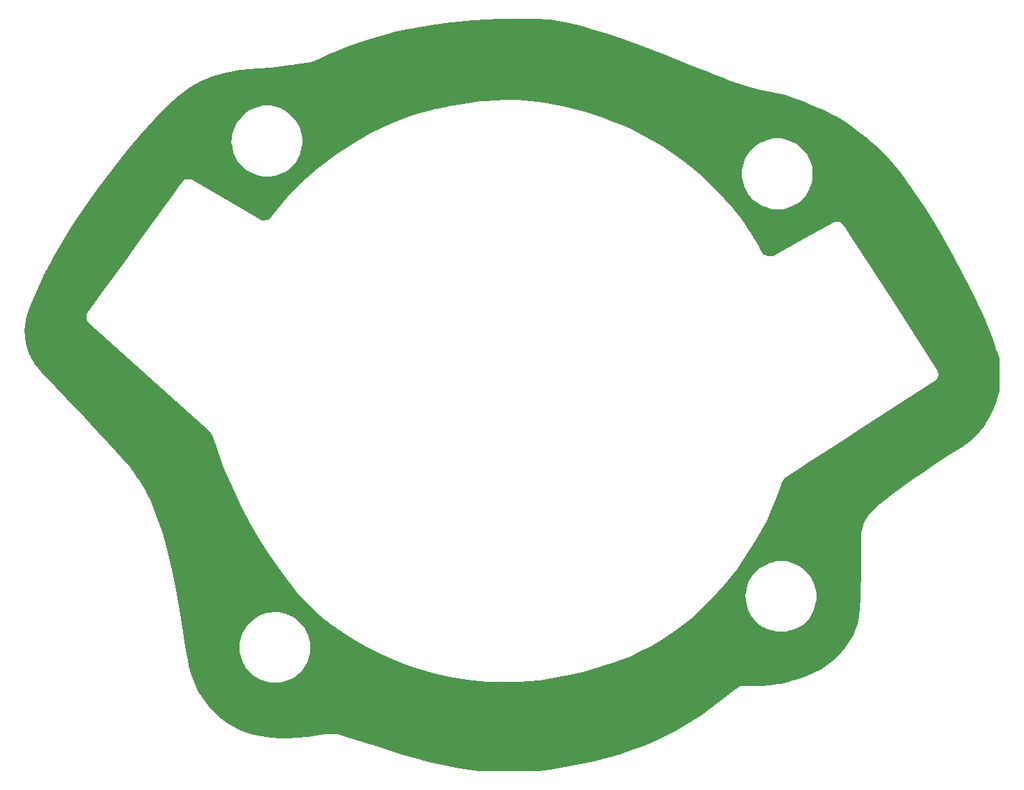
<source format=gbr>
G04 Created by reaConverter (www.reaconverter.com)*
%FSLAX44Y44*%
%MOIN*%
%ADD10C,0.001*%
%LNEXPORT*%
D02*
D10*
%LPD*%
G36*
X22670Y35927D02*
X22050Y35897D01*
X21400Y35850D01*
X20740Y35787D01*
X20080Y35713D01*
X19433Y35627D01*
X18820Y35530D01*
X18250Y35423D01*
X17740Y35313D01*
X17287Y35200D01*
X16827Y35073D01*
X16367Y34930D01*
X15903Y34777D01*
X15450Y34613D01*
X15003Y34440D01*
X14570Y34260D01*
X14153Y34073D01*
X13687Y33857D01*
X12720Y33723D01*
X11753Y33587D01*
X11120Y33550D01*
X10327Y33483D01*
X9630Y33370D01*
X9010Y33200D01*
X8437Y32967D01*
X7893Y32653D01*
X7357Y32253D01*
X6803Y31750D01*
X6213Y31140D01*
X5533Y30380D01*
X4847Y29560D01*
X4167Y28697D01*
X3503Y27820D01*
X2880Y26940D01*
X2307Y26083D01*
X1797Y25270D01*
X1370Y24517D01*
X1313Y24410D01*
X1253Y24300D01*
X1197Y24193D01*
X1140Y24090D01*
X1090Y23997D01*
X1047Y23913D01*
X1010Y23843D01*
X980Y23790D01*
X860Y23557D01*
X730Y23277D01*
X593Y22977D01*
X460Y22663D01*
X337Y22360D01*
X230Y22080D01*
X143Y21843D01*
X90Y21663D01*
X80Y21620D01*
X70Y21573D01*
X60Y21520D01*
X50Y21467D01*
X40Y21410D01*
X33Y21360D01*
X27Y21310D01*
X20Y21267D01*
X0Y21063D01*
X37Y20743D01*
X70Y20423D01*
X133Y20210D01*
X163Y20110D01*
X203Y20003D01*
X247Y19893D01*
X297Y19787D01*
X347Y19680D01*
X403Y19580D01*
X457Y19490D01*
X513Y19407D01*
X563Y19347D01*
X663Y19230D01*
X810Y19070D01*
X997Y18867D01*
X1217Y18630D01*
X1460Y18370D01*
X1727Y18087D01*
X2007Y17790D01*
X2857Y16893D01*
X3513Y16197D01*
X4010Y15667D01*
X4377Y15270D01*
X4647Y14967D01*
X4850Y14730D01*
X5020Y14517D01*
X5183Y14300D01*
X5347Y14073D01*
X5497Y13857D01*
X5630Y13643D01*
X5757Y13427D01*
X5873Y13203D01*
X5987Y12967D01*
X6097Y12710D01*
X6210Y12433D01*
X6407Y11907D01*
X6590Y11347D01*
X6760Y10743D01*
X6927Y10073D01*
X7087Y9323D01*
X7253Y8477D01*
X7420Y7510D01*
X7600Y6417D01*
X7673Y5953D01*
X7737Y5583D01*
X7790Y5283D01*
X7837Y5040D01*
X7883Y4840D01*
X7933Y4667D01*
X7987Y4503D01*
X8050Y4333D01*
X8157Y4080D01*
X8280Y3833D01*
X8423Y3593D01*
X8587Y3360D01*
X8763Y3133D01*
X8957Y2913D01*
X9170Y2703D01*
X9400Y2503D01*
X9670Y2297D01*
X9957Y2120D01*
X10263Y1970D01*
X10593Y1843D01*
X10950Y1743D01*
X11340Y1663D01*
X11760Y1607D01*
X12220Y1570D01*
X12587Y1547D01*
X13013Y1583D01*
X13107Y1590D01*
X13213Y1600D01*
X13327Y1613D01*
X13443Y1627D01*
X13560Y1643D01*
X13677Y1657D01*
X13783Y1673D01*
X13880Y1690D01*
X14320Y1760D01*
X14637D01*
X14953D01*
X15353Y1637D01*
X15450Y1607D01*
X15570Y1567D01*
X15713Y1523D01*
X15873Y1473D01*
X16043Y1417D01*
X16220Y1363D01*
X16397Y1307D01*
X16570Y1250D01*
X17387Y990D01*
X18097Y773D01*
X18723Y590D01*
X19283Y440D01*
X19793Y317D01*
X20277Y217D01*
X20753Y133D01*
X21237Y60D01*
X21687Y0D01*
X23103D01*
X24520D01*
X25053Y77D01*
X25807Y193D01*
X26510Y323D01*
X27173Y467D01*
X27807Y627D01*
X28420Y807D01*
X29023Y1013D01*
X29627Y1240D01*
X30237Y1500D01*
X30633Y1683D01*
X31037Y1893D01*
X31447Y2127D01*
X31863Y2383D01*
X32283Y2663D01*
X32707Y2967D01*
X33137Y3290D01*
X33570Y3637D01*
X33623Y3680D01*
X33680Y3723D01*
X33740Y3770D01*
X33797Y3813D01*
X33853Y3853D01*
X33907Y3890D01*
X33953Y3920D01*
X33997Y3947D01*
X34170Y4050D01*
X34660D01*
X35153D01*
X35553Y4100D01*
X35760Y4127D01*
X35933Y4150D01*
X36087Y4177D01*
X36223Y4203D01*
X36357Y4233D01*
X36493Y4270D01*
X36647Y4313D01*
X36823Y4367D01*
X37293Y4513D01*
X37657Y4693D01*
X38020Y4877D01*
X38287Y5067D01*
X38553Y5257D01*
X38797Y5493D01*
X38990Y5697D01*
X39163Y5893D01*
X39313Y6093D01*
X39440Y6297D01*
X39550Y6503D01*
X39643Y6717D01*
X39720Y6943D01*
X39783Y7183D01*
X39833Y7400D01*
X39867Y7817D01*
X39900Y8233D01*
X39920Y9817D01*
X39940Y11400D01*
X39987Y11597D01*
X40037Y11793D01*
X40143Y11997D01*
X40253Y12200D01*
X40537Y12487D01*
X40820Y12773D01*
X41470Y13257D01*
X41847Y13537D01*
X42197Y13790D01*
X42537Y14033D01*
X42883Y14273D01*
X43257Y14527D01*
X43673Y14803D01*
X44153Y15117D01*
X44717Y15477D01*
X45093Y15723D01*
X45363Y15993D01*
X45483Y16120D01*
X45583Y16223D01*
X45663Y16313D01*
X45733Y16397D01*
X45797Y16477D01*
X45853Y16557D01*
X45910Y16647D01*
X45973Y16750D01*
X46040Y16870D01*
X46110Y17000D01*
X46173Y17137D01*
X46237Y17277D01*
X46293Y17420D01*
X46350Y17567D01*
X46397Y17710D01*
X46440Y17850D01*
X46520Y18133D01*
Y18917D01*
Y19700D01*
X46457Y19933D01*
X46413Y20070D01*
X46347Y20263D01*
X46260Y20500D01*
X46160Y20763D01*
X46050Y21040D01*
X45937Y21320D01*
X45827Y21583D01*
X45723Y21823D01*
X45247Y22847D01*
X44713Y23897D01*
X44143Y24947D01*
X43550Y25970D01*
X42953Y26933D01*
X42370Y27810D01*
X41817Y28573D01*
X41313Y29190D01*
X41050Y29470D01*
X40760Y29753D01*
X40447Y30033D01*
X40120Y30310D01*
X39780Y30573D01*
X39437Y30820D01*
X39093Y31047D01*
X38760Y31247D01*
X38547Y31360D01*
X38300Y31483D01*
X38023Y31613D01*
X37733Y31743D01*
X37437Y31870D01*
X37150Y31990D01*
X36877Y32093D01*
X36637Y32177D01*
X36320Y32283D01*
X35653Y32413D01*
X34987Y32547D01*
X34403Y32733D01*
X34137Y32823D01*
X33877Y32910D01*
X33610Y33007D01*
X33320Y33113D01*
X32993Y33240D01*
X32617Y33387D01*
X32173Y33563D01*
X31653Y33773D01*
X30540Y34217D01*
X29550Y34600D01*
X28673Y34920D01*
X27893Y35190D01*
X27197Y35407D01*
X26570Y35583D01*
X25997Y35717D01*
X25470Y35813D01*
X25053Y35883D01*
X24420Y35917D01*
X24203Y35927D01*
X23990Y35933D01*
X23777Y35940D01*
X23567Y35943D01*
X23350D01*
X23130Y35940D01*
X22903Y35937D01*
X22670Y35927D01*
G37*
%LPC*%
G36*
X24153Y31983D02*
X24787Y31920D01*
X25270Y31833D01*
X25663Y31757D01*
X26057Y31667D01*
X26457Y31563D01*
X26857Y31450D01*
X27253Y31323D01*
X27647Y31187D01*
X28037Y31040D01*
X28420Y30880D01*
X28957Y30653D01*
X29487Y30373D01*
X29983Y30100D01*
X30457Y29817D01*
X30913Y29517D01*
X31357Y29203D01*
X31783Y28873D01*
X32200Y28523D01*
X32607Y28153D01*
X33003Y27760D01*
X33100Y27663D01*
X33200Y27557D01*
X33303Y27450D01*
X33403Y27343D01*
X33497Y27240D01*
X33587Y27143D01*
X33663Y27057D01*
X33727Y26983D01*
X33867Y26810D01*
X34023Y26607D01*
X34187Y26383D01*
X34350Y26150D01*
X34513Y25913D01*
X34663Y25683D01*
X34803Y25463D01*
X34920Y25267D01*
X35023Y25083D01*
X35103Y24943D01*
X35163Y24843D01*
X35207Y24773D01*
X35243Y24727D01*
X35273Y24697D01*
X35307Y24670D01*
X35347Y24647D01*
X35453Y24580D01*
X35587Y24593D01*
X35720Y24607D01*
X37200Y25420D01*
X38680Y26230D01*
X38797Y26227D01*
X38910Y26223D01*
X38997Y26160D01*
X39080Y26097D01*
X41330Y22617D01*
X43577Y19133D01*
X43610Y19033D01*
X43643Y18930D01*
X43593Y18813D01*
X43543Y18697D01*
X39980Y16403D01*
X39263Y15940D01*
X38590Y15503D01*
X37977Y15107D01*
X37437Y14757D01*
X36987Y14463D01*
X36643Y14237D01*
X36417Y14087D01*
X36323Y14020D01*
X36280Y13980D01*
X36243Y13933D01*
X36210Y13883D01*
X36177Y13823D01*
X36140Y13747D01*
X36103Y13647D01*
X36057Y13527D01*
X36007Y13373D01*
X35837Y12920D01*
X35640Y12453D01*
X35417Y11977D01*
X35170Y11500D01*
X34900Y11020D01*
X34613Y10550D01*
X34307Y10087D01*
X33987Y9637D01*
X33837Y9437D01*
X33693Y9253D01*
X33553Y9080D01*
X33403Y8910D01*
X33243Y8730D01*
X33057Y8533D01*
X32843Y8310D01*
X32590Y8053D01*
X31920Y7377D01*
X31407Y6977D01*
X30897Y6580D01*
X30390Y6270D01*
X29887Y5963D01*
X29387Y5720D01*
X28887Y5477D01*
X28320Y5263D01*
X27817Y5083D01*
X27293Y4917D01*
X26757Y4763D01*
X26210Y4630D01*
X25660Y4513D01*
X25117Y4417D01*
X24583Y4337D01*
X24070Y4283D01*
X23653Y4247D01*
X22860Y4250D01*
X22067D01*
X21383Y4333D01*
X20700Y4413D01*
X20127Y4533D01*
X19553Y4657D01*
X18867Y4870D01*
X18180Y5083D01*
X17583Y5333D01*
X16987Y5587D01*
X16387Y5907D01*
X15787Y6227D01*
X15220Y6600D01*
X15100Y6680D01*
X14977Y6763D01*
X14853Y6847D01*
X14737Y6930D01*
X14623Y7010D01*
X14523Y7083D01*
X14437Y7147D01*
X14370Y7200D01*
X14087Y7430D01*
X13600Y7913D01*
X13113Y8400D01*
X12830Y8750D01*
X12390Y9313D01*
X11960Y9913D01*
X11540Y10547D01*
X11133Y11207D01*
X10740Y11890D01*
X10367Y12597D01*
X10017Y13317D01*
X9683Y14050D01*
X9463Y14567D01*
X9217Y15297D01*
X8970Y16027D01*
X8900Y16130D01*
X8827Y16233D01*
X5933Y18833D01*
X3040Y21433D01*
X3003Y21510D01*
X2970Y21587D01*
Y21700D01*
Y21813D01*
X3813Y22990D01*
X4750Y24297D01*
X5537Y25397D01*
X6183Y26293D01*
X6697Y27007D01*
X7087Y27543D01*
X7357Y27917D01*
X7523Y28137D01*
X7587Y28220D01*
X7647Y28267D01*
X7800D01*
X7953D01*
X9633Y27283D01*
X11317Y26303D01*
X11443Y26307D01*
X11470Y26310D01*
X11500Y26313D01*
X11527D01*
X11553Y26317D01*
X11580Y26320D01*
X11600Y26327D01*
X11620Y26330D01*
X11637Y26333D01*
X11703Y26353D01*
X11933Y26663D01*
X12523Y27390D01*
X13207Y28090D01*
X13967Y28760D01*
X14790Y29390D01*
X15663Y29967D01*
X16570Y30480D01*
X17500Y30923D01*
X18437Y31287D01*
X18643Y31357D01*
X18837Y31420D01*
X19027Y31473D01*
X19217Y31527D01*
X19413Y31573D01*
X19633Y31623D01*
X19873Y31677D01*
X20153Y31730D01*
X20450Y31787D01*
X20707Y31837D01*
X20933Y31877D01*
X21140Y31910D01*
X21333Y31937D01*
X21520Y31960D01*
X21713Y31980D01*
X21920Y32000D01*
X22420Y32043D01*
X22970Y32047D01*
X23520Y32050D01*
X24153Y31983D01*
G37*
%LPC*%
G36*
X11983Y31717D02*
X12243Y31650D01*
X12413Y31547D01*
X12453Y31523D01*
X12493Y31493D01*
X12537Y31463D01*
X12583Y31427D01*
X12627Y31393D01*
X12670Y31357D01*
X12710Y31320D01*
X12747Y31290D01*
X12907Y31133D01*
X13020Y30943D01*
X13137Y30757D01*
X13203Y30497D01*
X13270Y30240D01*
Y30090D01*
Y29937D01*
X13213Y29720D01*
X13160Y29500D01*
X13060Y29300D01*
X12960Y29103D01*
X12757Y28897D01*
X12550Y28693D01*
X12383Y28610D01*
X12347Y28590D01*
X12307Y28573D01*
X12263Y28553D01*
X12217Y28533D01*
X12173Y28517D01*
X12130Y28500D01*
X12090Y28483D01*
X12053Y28473D01*
X11887Y28417D01*
X11680Y28403D01*
X11473Y28387D01*
X11247Y28437D01*
X11020Y28483D01*
X10803Y28590D01*
X10590Y28700D01*
X10380Y28907D01*
X10173Y29117D01*
X10070Y29323D01*
X9967Y29533D01*
X9917Y29783D01*
X9863Y30033D01*
X9883Y30217D01*
X9897Y30300D01*
X9913Y30383D01*
X9933Y30470D01*
X9957Y30557D01*
X9983Y30640D01*
X10017Y30727D01*
X10050Y30807D01*
X10090Y30890D01*
X10167Y31043D01*
X10350Y31243D01*
X10533Y31440D01*
X10740Y31550D01*
X10950Y31663D01*
X11167Y31720D01*
X11387Y31780D01*
X11553D01*
X11723Y31783D01*
X11983Y31717D01*
G37*
%LPC*%
G36*
X36320Y30163D02*
X36363Y30153D01*
X36410Y30137D01*
X36463Y30120D01*
X36513Y30103D01*
X36563Y30083D01*
X36613Y30063D01*
X36660Y30043D01*
X36700Y30023D01*
X36883Y29933D01*
X37103Y29717D01*
X37327Y29500D01*
X37410Y29333D01*
X37427Y29297D01*
X37447Y29253D01*
X37467Y29210D01*
X37487Y29163D01*
X37507Y29113D01*
X37523Y29067D01*
X37540Y29023D01*
X37553Y28983D01*
X37613Y28800D01*
Y28533D01*
Y28267D01*
X37553Y28067D01*
X37537Y28023D01*
X37520Y27973D01*
X37500Y27923D01*
X37480Y27870D01*
X37457Y27820D01*
X37433Y27770D01*
X37413Y27723D01*
X37390Y27683D01*
X37287Y27500D01*
X37120Y27333D01*
X36953Y27163D01*
X36787Y27070D01*
X36747Y27050D01*
X36703Y27030D01*
X36653Y27007D01*
X36603Y26983D01*
X36550Y26963D01*
X36500Y26943D01*
X36450Y26923D01*
X36403Y26910D01*
X36187Y26840D01*
X35920Y26843D01*
X35653D01*
X35430Y26913D01*
X35210Y26983D01*
X35007Y27120D01*
X34803Y27253D01*
X34667Y27410D01*
X34527Y27567D01*
X34430Y27757D01*
X34333Y27950D01*
X34287Y28157D01*
X34237Y28367D01*
Y28533D01*
Y28703D01*
X34287Y28900D01*
X34337Y29100D01*
X34443Y29317D01*
X34553Y29533D01*
X34740Y29720D01*
X34927Y29910D01*
X35140Y30013D01*
X35187Y30033D01*
X35237Y30057D01*
X35290Y30077D01*
X35343Y30100D01*
X35397Y30120D01*
X35447Y30137D01*
X35493Y30153D01*
X35537Y30163D01*
X35720Y30213D01*
X35920D01*
X36120Y30217D01*
X36320Y30163D01*
G37*
%LPC*%
G36*
X36597Y9947D02*
X36640Y9930D01*
X36690Y9913D01*
X36740Y9893D01*
X36790Y9873D01*
X36837Y9850D01*
X36883Y9830D01*
X36923Y9810D01*
X36957Y9790D01*
X37110Y9707D01*
X37287Y9530D01*
X37463Y9353D01*
X37550Y9207D01*
X37567Y9173D01*
X37587Y9137D01*
X37610Y9093D01*
X37630Y9047D01*
X37650Y9000D01*
X37670Y8953D01*
X37687Y8907D01*
X37703Y8863D01*
X37770Y8667D01*
X37790Y8433D01*
X37807Y8200D01*
X37740Y7947D01*
X37673Y7690D01*
X37563Y7497D01*
X37457Y7307D01*
X37287Y7137D01*
X37117Y6967D01*
X36940Y6873D01*
X36900Y6853D01*
X36857Y6830D01*
X36807Y6810D01*
X36753Y6787D01*
X36697Y6767D01*
X36643Y6747D01*
X36590Y6730D01*
X36543Y6713D01*
X36320Y6650D01*
X36103D01*
X35883D01*
X35660Y6713D01*
X35613Y6730D01*
X35560Y6747D01*
X35507Y6763D01*
X35457Y6787D01*
X35403Y6807D01*
X35357Y6827D01*
X35313Y6847D01*
X35273Y6867D01*
X35113Y6953D01*
X34953Y7107D01*
X34797Y7257D01*
X34677Y7443D01*
X34560Y7630D01*
X34497Y7830D01*
X34487Y7873D01*
X34473Y7923D01*
X34460Y7973D01*
X34450Y8027D01*
X34437Y8080D01*
X34430Y8127D01*
X34423Y8173D01*
X34417Y8217D01*
X34397Y8400D01*
X34450Y8650D01*
X34500Y8900D01*
X34610Y9117D01*
X34720Y9330D01*
X34903Y9520D01*
X35087Y9707D01*
X35287Y9807D01*
X35417Y9870D01*
X35537Y9920D01*
X35653Y9960D01*
X35763Y9990D01*
X35870Y10013D01*
X35983Y10023D01*
X36097Y10027D01*
X36220Y10023D01*
X36387Y10013D01*
X36597Y9947D01*
G37*
%LPC*%
G36*
X12400Y7530D02*
X12440Y7517D01*
X12483Y7503D01*
X12530Y7487D01*
X12577Y7467D01*
X12627Y7450D01*
X12670Y7430D01*
X12713Y7410D01*
X12750Y7393D01*
X12917Y7307D01*
X13140Y7087D01*
X13360Y6867D01*
X13443Y6700D01*
X13460Y6663D01*
X13480Y6620D01*
X13500Y6573D01*
X13517Y6527D01*
X13537Y6480D01*
X13553Y6430D01*
X13567Y6387D01*
X13580Y6343D01*
X13637Y6157D01*
X13633Y5893D01*
Y5633D01*
X13567Y5420D01*
X13500Y5207D01*
X13383Y5013D01*
X13267Y4823D01*
X13090Y4660D01*
X12913Y4500D01*
X12733Y4410D01*
X12693Y4390D01*
X12647Y4370D01*
X12597Y4350D01*
X12547Y4330D01*
X12493Y4313D01*
X12443Y4297D01*
X12397Y4280D01*
X12353Y4270D01*
X12153Y4217D01*
X11957D01*
X11760D01*
X11560Y4270D01*
X11513Y4280D01*
X11467Y4297D01*
X11413Y4317D01*
X11360Y4337D01*
X11307Y4357D01*
X11253Y4377D01*
X11207Y4400D01*
X11163Y4420D01*
X10967Y4520D01*
X10770Y4717D01*
X10570Y4913D01*
X10470Y5117D01*
X10447Y5160D01*
X10427Y5210D01*
X10403Y5260D01*
X10383Y5313D01*
X10363Y5367D01*
X10347Y5417D01*
X10330Y5463D01*
X10317Y5507D01*
X10270Y5697D01*
Y5920D01*
Y6143D01*
X10340Y6370D01*
X10410Y6600D01*
X10520Y6783D01*
X10630Y6967D01*
X10773Y7107D01*
X10807Y7137D01*
X10843Y7167D01*
X10883Y7200D01*
X10927Y7233D01*
X10967Y7267D01*
X11010Y7297D01*
X11050Y7323D01*
X11083Y7347D01*
X11250Y7453D01*
X11467Y7517D01*
X11597Y7550D01*
X11717Y7577D01*
X11833Y7590D01*
X11940Y7597D01*
X12050Y7593D01*
X12160Y7583D01*
X12277Y7560D01*
X12400Y7530D01*
G37*
D02M02*

</source>
